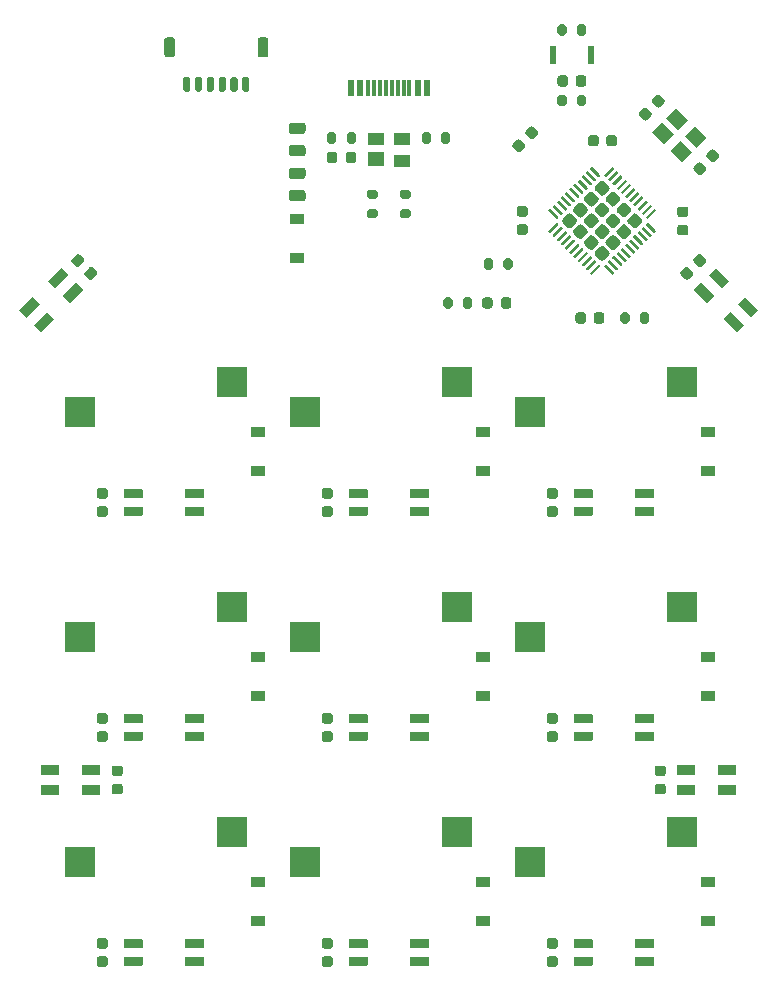
<source format=gbr>
%TF.GenerationSoftware,KiCad,Pcbnew,(5.1.9)-1*%
%TF.CreationDate,2021-04-22T22:31:28+01:00*%
%TF.ProjectId,ai03-macropad-pcb,61693033-2d6d-4616-9372-6f7061642d70,rev?*%
%TF.SameCoordinates,Original*%
%TF.FileFunction,Paste,Bot*%
%TF.FilePolarity,Positive*%
%FSLAX46Y46*%
G04 Gerber Fmt 4.6, Leading zero omitted, Abs format (unit mm)*
G04 Created by KiCad (PCBNEW (5.1.9)-1) date 2021-04-22 22:31:28*
%MOMM*%
%LPD*%
G01*
G04 APERTURE LIST*
%ADD10R,2.550000X2.500000*%
%ADD11R,1.600000X0.850000*%
%ADD12C,0.100000*%
%ADD13R,0.550000X1.500000*%
%ADD14R,1.200000X0.900000*%
%ADD15R,1.400000X1.000000*%
%ADD16R,1.400000X1.200000*%
%ADD17R,0.600000X1.450000*%
%ADD18R,0.300000X1.450000*%
G04 APERTURE END LIST*
D10*
%TO.C,MX2*%
X53440000Y-150495000D03*
X40540000Y-153035000D03*
%TD*%
%TO.C,U1*%
G36*
G01*
X86932780Y-117583974D02*
X87321690Y-117195064D01*
G75*
G02*
X87675242Y-117195064I176776J-176776D01*
G01*
X88064152Y-117583974D01*
G75*
G02*
X88064152Y-117937526I-176776J-176776D01*
G01*
X87675242Y-118326436D01*
G75*
G02*
X87321690Y-118326436I-176776J176776D01*
G01*
X86932780Y-117937526D01*
G75*
G02*
X86932780Y-117583974I176776J176776D01*
G01*
G37*
G36*
G01*
X86013542Y-118503213D02*
X86402452Y-118114303D01*
G75*
G02*
X86756004Y-118114303I176776J-176776D01*
G01*
X87144914Y-118503213D01*
G75*
G02*
X87144914Y-118856765I-176776J-176776D01*
G01*
X86756004Y-119245675D01*
G75*
G02*
X86402452Y-119245675I-176776J176776D01*
G01*
X86013542Y-118856765D01*
G75*
G02*
X86013542Y-118503213I176776J176776D01*
G01*
G37*
G36*
G01*
X85094303Y-119422452D02*
X85483213Y-119033542D01*
G75*
G02*
X85836765Y-119033542I176776J-176776D01*
G01*
X86225675Y-119422452D01*
G75*
G02*
X86225675Y-119776004I-176776J-176776D01*
G01*
X85836765Y-120164914D01*
G75*
G02*
X85483213Y-120164914I-176776J176776D01*
G01*
X85094303Y-119776004D01*
G75*
G02*
X85094303Y-119422452I176776J176776D01*
G01*
G37*
G36*
G01*
X84175064Y-120341690D02*
X84563974Y-119952780D01*
G75*
G02*
X84917526Y-119952780I176776J-176776D01*
G01*
X85306436Y-120341690D01*
G75*
G02*
X85306436Y-120695242I-176776J-176776D01*
G01*
X84917526Y-121084152D01*
G75*
G02*
X84563974Y-121084152I-176776J176776D01*
G01*
X84175064Y-120695242D01*
G75*
G02*
X84175064Y-120341690I176776J176776D01*
G01*
G37*
G36*
G01*
X86013542Y-116664735D02*
X86402452Y-116275825D01*
G75*
G02*
X86756004Y-116275825I176776J-176776D01*
G01*
X87144914Y-116664735D01*
G75*
G02*
X87144914Y-117018287I-176776J-176776D01*
G01*
X86756004Y-117407197D01*
G75*
G02*
X86402452Y-117407197I-176776J176776D01*
G01*
X86013542Y-117018287D01*
G75*
G02*
X86013542Y-116664735I176776J176776D01*
G01*
G37*
G36*
G01*
X85094303Y-117583974D02*
X85483213Y-117195064D01*
G75*
G02*
X85836765Y-117195064I176776J-176776D01*
G01*
X86225675Y-117583974D01*
G75*
G02*
X86225675Y-117937526I-176776J-176776D01*
G01*
X85836765Y-118326436D01*
G75*
G02*
X85483213Y-118326436I-176776J176776D01*
G01*
X85094303Y-117937526D01*
G75*
G02*
X85094303Y-117583974I176776J176776D01*
G01*
G37*
G36*
G01*
X84175064Y-118503213D02*
X84563974Y-118114303D01*
G75*
G02*
X84917526Y-118114303I176776J-176776D01*
G01*
X85306436Y-118503213D01*
G75*
G02*
X85306436Y-118856765I-176776J-176776D01*
G01*
X84917526Y-119245675D01*
G75*
G02*
X84563974Y-119245675I-176776J176776D01*
G01*
X84175064Y-118856765D01*
G75*
G02*
X84175064Y-118503213I176776J176776D01*
G01*
G37*
G36*
G01*
X83255825Y-119422452D02*
X83644735Y-119033542D01*
G75*
G02*
X83998287Y-119033542I176776J-176776D01*
G01*
X84387197Y-119422452D01*
G75*
G02*
X84387197Y-119776004I-176776J-176776D01*
G01*
X83998287Y-120164914D01*
G75*
G02*
X83644735Y-120164914I-176776J176776D01*
G01*
X83255825Y-119776004D01*
G75*
G02*
X83255825Y-119422452I176776J176776D01*
G01*
G37*
G36*
G01*
X85094303Y-115745496D02*
X85483213Y-115356586D01*
G75*
G02*
X85836765Y-115356586I176776J-176776D01*
G01*
X86225675Y-115745496D01*
G75*
G02*
X86225675Y-116099048I-176776J-176776D01*
G01*
X85836765Y-116487958D01*
G75*
G02*
X85483213Y-116487958I-176776J176776D01*
G01*
X85094303Y-116099048D01*
G75*
G02*
X85094303Y-115745496I176776J176776D01*
G01*
G37*
G36*
G01*
X84175064Y-116664735D02*
X84563974Y-116275825D01*
G75*
G02*
X84917526Y-116275825I176776J-176776D01*
G01*
X85306436Y-116664735D01*
G75*
G02*
X85306436Y-117018287I-176776J-176776D01*
G01*
X84917526Y-117407197D01*
G75*
G02*
X84563974Y-117407197I-176776J176776D01*
G01*
X84175064Y-117018287D01*
G75*
G02*
X84175064Y-116664735I176776J176776D01*
G01*
G37*
G36*
G01*
X83255825Y-117583974D02*
X83644735Y-117195064D01*
G75*
G02*
X83998287Y-117195064I176776J-176776D01*
G01*
X84387197Y-117583974D01*
G75*
G02*
X84387197Y-117937526I-176776J-176776D01*
G01*
X83998287Y-118326436D01*
G75*
G02*
X83644735Y-118326436I-176776J176776D01*
G01*
X83255825Y-117937526D01*
G75*
G02*
X83255825Y-117583974I176776J176776D01*
G01*
G37*
G36*
G01*
X82336586Y-118503213D02*
X82725496Y-118114303D01*
G75*
G02*
X83079048Y-118114303I176776J-176776D01*
G01*
X83467958Y-118503213D01*
G75*
G02*
X83467958Y-118856765I-176776J-176776D01*
G01*
X83079048Y-119245675D01*
G75*
G02*
X82725496Y-119245675I-176776J176776D01*
G01*
X82336586Y-118856765D01*
G75*
G02*
X82336586Y-118503213I176776J176776D01*
G01*
G37*
G36*
G01*
X84175064Y-114826258D02*
X84563974Y-114437348D01*
G75*
G02*
X84917526Y-114437348I176776J-176776D01*
G01*
X85306436Y-114826258D01*
G75*
G02*
X85306436Y-115179810I-176776J-176776D01*
G01*
X84917526Y-115568720D01*
G75*
G02*
X84563974Y-115568720I-176776J176776D01*
G01*
X84175064Y-115179810D01*
G75*
G02*
X84175064Y-114826258I176776J176776D01*
G01*
G37*
G36*
G01*
X83255825Y-115745496D02*
X83644735Y-115356586D01*
G75*
G02*
X83998287Y-115356586I176776J-176776D01*
G01*
X84387197Y-115745496D01*
G75*
G02*
X84387197Y-116099048I-176776J-176776D01*
G01*
X83998287Y-116487958D01*
G75*
G02*
X83644735Y-116487958I-176776J176776D01*
G01*
X83255825Y-116099048D01*
G75*
G02*
X83255825Y-115745496I176776J176776D01*
G01*
G37*
G36*
G01*
X82336586Y-116664735D02*
X82725496Y-116275825D01*
G75*
G02*
X83079048Y-116275825I176776J-176776D01*
G01*
X83467958Y-116664735D01*
G75*
G02*
X83467958Y-117018287I-176776J-176776D01*
G01*
X83079048Y-117407197D01*
G75*
G02*
X82725496Y-117407197I-176776J176776D01*
G01*
X82336586Y-117018287D01*
G75*
G02*
X82336586Y-116664735I176776J176776D01*
G01*
G37*
G36*
G01*
X81417348Y-117583974D02*
X81806258Y-117195064D01*
G75*
G02*
X82159810Y-117195064I176776J-176776D01*
G01*
X82548720Y-117583974D01*
G75*
G02*
X82548720Y-117937526I-176776J-176776D01*
G01*
X82159810Y-118326436D01*
G75*
G02*
X81806258Y-118326436I-176776J176776D01*
G01*
X81417348Y-117937526D01*
G75*
G02*
X81417348Y-117583974I176776J176776D01*
G01*
G37*
G36*
G01*
X80188750Y-118600440D02*
X80860502Y-117928688D01*
G75*
G02*
X80948890Y-117928688I44194J-44194D01*
G01*
X81037278Y-118017076D01*
G75*
G02*
X81037278Y-118105464I-44194J-44194D01*
G01*
X80365526Y-118777216D01*
G75*
G02*
X80277138Y-118777216I-44194J44194D01*
G01*
X80188750Y-118688828D01*
G75*
G02*
X80188750Y-118600440I44194J44194D01*
G01*
G37*
G36*
G01*
X80542304Y-118953993D02*
X81214056Y-118282241D01*
G75*
G02*
X81302444Y-118282241I44194J-44194D01*
G01*
X81390832Y-118370629D01*
G75*
G02*
X81390832Y-118459017I-44194J-44194D01*
G01*
X80719080Y-119130769D01*
G75*
G02*
X80630692Y-119130769I-44194J44194D01*
G01*
X80542304Y-119042381D01*
G75*
G02*
X80542304Y-118953993I44194J44194D01*
G01*
G37*
G36*
G01*
X80895857Y-119307547D02*
X81567609Y-118635795D01*
G75*
G02*
X81655997Y-118635795I44194J-44194D01*
G01*
X81744385Y-118724183D01*
G75*
G02*
X81744385Y-118812571I-44194J-44194D01*
G01*
X81072633Y-119484323D01*
G75*
G02*
X80984245Y-119484323I-44194J44194D01*
G01*
X80895857Y-119395935D01*
G75*
G02*
X80895857Y-119307547I44194J44194D01*
G01*
G37*
G36*
G01*
X81249410Y-119661100D02*
X81921162Y-118989348D01*
G75*
G02*
X82009550Y-118989348I44194J-44194D01*
G01*
X82097938Y-119077736D01*
G75*
G02*
X82097938Y-119166124I-44194J-44194D01*
G01*
X81426186Y-119837876D01*
G75*
G02*
X81337798Y-119837876I-44194J44194D01*
G01*
X81249410Y-119749488D01*
G75*
G02*
X81249410Y-119661100I44194J44194D01*
G01*
G37*
G36*
G01*
X81602964Y-120014653D02*
X82274716Y-119342901D01*
G75*
G02*
X82363104Y-119342901I44194J-44194D01*
G01*
X82451492Y-119431289D01*
G75*
G02*
X82451492Y-119519677I-44194J-44194D01*
G01*
X81779740Y-120191429D01*
G75*
G02*
X81691352Y-120191429I-44194J44194D01*
G01*
X81602964Y-120103041D01*
G75*
G02*
X81602964Y-120014653I44194J44194D01*
G01*
G37*
G36*
G01*
X81956517Y-120368207D02*
X82628269Y-119696455D01*
G75*
G02*
X82716657Y-119696455I44194J-44194D01*
G01*
X82805045Y-119784843D01*
G75*
G02*
X82805045Y-119873231I-44194J-44194D01*
G01*
X82133293Y-120544983D01*
G75*
G02*
X82044905Y-120544983I-44194J44194D01*
G01*
X81956517Y-120456595D01*
G75*
G02*
X81956517Y-120368207I44194J44194D01*
G01*
G37*
G36*
G01*
X82310071Y-120721760D02*
X82981823Y-120050008D01*
G75*
G02*
X83070211Y-120050008I44194J-44194D01*
G01*
X83158599Y-120138396D01*
G75*
G02*
X83158599Y-120226784I-44194J-44194D01*
G01*
X82486847Y-120898536D01*
G75*
G02*
X82398459Y-120898536I-44194J44194D01*
G01*
X82310071Y-120810148D01*
G75*
G02*
X82310071Y-120721760I44194J44194D01*
G01*
G37*
G36*
G01*
X82663624Y-121075314D02*
X83335376Y-120403562D01*
G75*
G02*
X83423764Y-120403562I44194J-44194D01*
G01*
X83512152Y-120491950D01*
G75*
G02*
X83512152Y-120580338I-44194J-44194D01*
G01*
X82840400Y-121252090D01*
G75*
G02*
X82752012Y-121252090I-44194J44194D01*
G01*
X82663624Y-121163702D01*
G75*
G02*
X82663624Y-121075314I44194J44194D01*
G01*
G37*
G36*
G01*
X83017177Y-121428867D02*
X83688929Y-120757115D01*
G75*
G02*
X83777317Y-120757115I44194J-44194D01*
G01*
X83865705Y-120845503D01*
G75*
G02*
X83865705Y-120933891I-44194J-44194D01*
G01*
X83193953Y-121605643D01*
G75*
G02*
X83105565Y-121605643I-44194J44194D01*
G01*
X83017177Y-121517255D01*
G75*
G02*
X83017177Y-121428867I44194J44194D01*
G01*
G37*
G36*
G01*
X83370731Y-121782420D02*
X84042483Y-121110668D01*
G75*
G02*
X84130871Y-121110668I44194J-44194D01*
G01*
X84219259Y-121199056D01*
G75*
G02*
X84219259Y-121287444I-44194J-44194D01*
G01*
X83547507Y-121959196D01*
G75*
G02*
X83459119Y-121959196I-44194J44194D01*
G01*
X83370731Y-121870808D01*
G75*
G02*
X83370731Y-121782420I44194J44194D01*
G01*
G37*
G36*
G01*
X83724284Y-122135974D02*
X84396036Y-121464222D01*
G75*
G02*
X84484424Y-121464222I44194J-44194D01*
G01*
X84572812Y-121552610D01*
G75*
G02*
X84572812Y-121640998I-44194J-44194D01*
G01*
X83901060Y-122312750D01*
G75*
G02*
X83812672Y-122312750I-44194J44194D01*
G01*
X83724284Y-122224362D01*
G75*
G02*
X83724284Y-122135974I44194J44194D01*
G01*
G37*
G36*
G01*
X84908688Y-121552610D02*
X84997076Y-121464222D01*
G75*
G02*
X85085464Y-121464222I44194J-44194D01*
G01*
X85757216Y-122135974D01*
G75*
G02*
X85757216Y-122224362I-44194J-44194D01*
G01*
X85668828Y-122312750D01*
G75*
G02*
X85580440Y-122312750I-44194J44194D01*
G01*
X84908688Y-121640998D01*
G75*
G02*
X84908688Y-121552610I44194J44194D01*
G01*
G37*
G36*
G01*
X85262241Y-121199056D02*
X85350629Y-121110668D01*
G75*
G02*
X85439017Y-121110668I44194J-44194D01*
G01*
X86110769Y-121782420D01*
G75*
G02*
X86110769Y-121870808I-44194J-44194D01*
G01*
X86022381Y-121959196D01*
G75*
G02*
X85933993Y-121959196I-44194J44194D01*
G01*
X85262241Y-121287444D01*
G75*
G02*
X85262241Y-121199056I44194J44194D01*
G01*
G37*
G36*
G01*
X85615795Y-120845503D02*
X85704183Y-120757115D01*
G75*
G02*
X85792571Y-120757115I44194J-44194D01*
G01*
X86464323Y-121428867D01*
G75*
G02*
X86464323Y-121517255I-44194J-44194D01*
G01*
X86375935Y-121605643D01*
G75*
G02*
X86287547Y-121605643I-44194J44194D01*
G01*
X85615795Y-120933891D01*
G75*
G02*
X85615795Y-120845503I44194J44194D01*
G01*
G37*
G36*
G01*
X85969348Y-120491950D02*
X86057736Y-120403562D01*
G75*
G02*
X86146124Y-120403562I44194J-44194D01*
G01*
X86817876Y-121075314D01*
G75*
G02*
X86817876Y-121163702I-44194J-44194D01*
G01*
X86729488Y-121252090D01*
G75*
G02*
X86641100Y-121252090I-44194J44194D01*
G01*
X85969348Y-120580338D01*
G75*
G02*
X85969348Y-120491950I44194J44194D01*
G01*
G37*
G36*
G01*
X86322901Y-120138396D02*
X86411289Y-120050008D01*
G75*
G02*
X86499677Y-120050008I44194J-44194D01*
G01*
X87171429Y-120721760D01*
G75*
G02*
X87171429Y-120810148I-44194J-44194D01*
G01*
X87083041Y-120898536D01*
G75*
G02*
X86994653Y-120898536I-44194J44194D01*
G01*
X86322901Y-120226784D01*
G75*
G02*
X86322901Y-120138396I44194J44194D01*
G01*
G37*
G36*
G01*
X86676455Y-119784843D02*
X86764843Y-119696455D01*
G75*
G02*
X86853231Y-119696455I44194J-44194D01*
G01*
X87524983Y-120368207D01*
G75*
G02*
X87524983Y-120456595I-44194J-44194D01*
G01*
X87436595Y-120544983D01*
G75*
G02*
X87348207Y-120544983I-44194J44194D01*
G01*
X86676455Y-119873231D01*
G75*
G02*
X86676455Y-119784843I44194J44194D01*
G01*
G37*
G36*
G01*
X87030008Y-119431289D02*
X87118396Y-119342901D01*
G75*
G02*
X87206784Y-119342901I44194J-44194D01*
G01*
X87878536Y-120014653D01*
G75*
G02*
X87878536Y-120103041I-44194J-44194D01*
G01*
X87790148Y-120191429D01*
G75*
G02*
X87701760Y-120191429I-44194J44194D01*
G01*
X87030008Y-119519677D01*
G75*
G02*
X87030008Y-119431289I44194J44194D01*
G01*
G37*
G36*
G01*
X87383562Y-119077736D02*
X87471950Y-118989348D01*
G75*
G02*
X87560338Y-118989348I44194J-44194D01*
G01*
X88232090Y-119661100D01*
G75*
G02*
X88232090Y-119749488I-44194J-44194D01*
G01*
X88143702Y-119837876D01*
G75*
G02*
X88055314Y-119837876I-44194J44194D01*
G01*
X87383562Y-119166124D01*
G75*
G02*
X87383562Y-119077736I44194J44194D01*
G01*
G37*
G36*
G01*
X87737115Y-118724183D02*
X87825503Y-118635795D01*
G75*
G02*
X87913891Y-118635795I44194J-44194D01*
G01*
X88585643Y-119307547D01*
G75*
G02*
X88585643Y-119395935I-44194J-44194D01*
G01*
X88497255Y-119484323D01*
G75*
G02*
X88408867Y-119484323I-44194J44194D01*
G01*
X87737115Y-118812571D01*
G75*
G02*
X87737115Y-118724183I44194J44194D01*
G01*
G37*
G36*
G01*
X88090668Y-118370629D02*
X88179056Y-118282241D01*
G75*
G02*
X88267444Y-118282241I44194J-44194D01*
G01*
X88939196Y-118953993D01*
G75*
G02*
X88939196Y-119042381I-44194J-44194D01*
G01*
X88850808Y-119130769D01*
G75*
G02*
X88762420Y-119130769I-44194J44194D01*
G01*
X88090668Y-118459017D01*
G75*
G02*
X88090668Y-118370629I44194J44194D01*
G01*
G37*
G36*
G01*
X88444222Y-118017076D02*
X88532610Y-117928688D01*
G75*
G02*
X88620998Y-117928688I44194J-44194D01*
G01*
X89292750Y-118600440D01*
G75*
G02*
X89292750Y-118688828I-44194J-44194D01*
G01*
X89204362Y-118777216D01*
G75*
G02*
X89115974Y-118777216I-44194J44194D01*
G01*
X88444222Y-118105464D01*
G75*
G02*
X88444222Y-118017076I44194J44194D01*
G01*
G37*
G36*
G01*
X88444222Y-117416036D02*
X89115974Y-116744284D01*
G75*
G02*
X89204362Y-116744284I44194J-44194D01*
G01*
X89292750Y-116832672D01*
G75*
G02*
X89292750Y-116921060I-44194J-44194D01*
G01*
X88620998Y-117592812D01*
G75*
G02*
X88532610Y-117592812I-44194J44194D01*
G01*
X88444222Y-117504424D01*
G75*
G02*
X88444222Y-117416036I44194J44194D01*
G01*
G37*
G36*
G01*
X88090668Y-117062483D02*
X88762420Y-116390731D01*
G75*
G02*
X88850808Y-116390731I44194J-44194D01*
G01*
X88939196Y-116479119D01*
G75*
G02*
X88939196Y-116567507I-44194J-44194D01*
G01*
X88267444Y-117239259D01*
G75*
G02*
X88179056Y-117239259I-44194J44194D01*
G01*
X88090668Y-117150871D01*
G75*
G02*
X88090668Y-117062483I44194J44194D01*
G01*
G37*
G36*
G01*
X87737115Y-116708929D02*
X88408867Y-116037177D01*
G75*
G02*
X88497255Y-116037177I44194J-44194D01*
G01*
X88585643Y-116125565D01*
G75*
G02*
X88585643Y-116213953I-44194J-44194D01*
G01*
X87913891Y-116885705D01*
G75*
G02*
X87825503Y-116885705I-44194J44194D01*
G01*
X87737115Y-116797317D01*
G75*
G02*
X87737115Y-116708929I44194J44194D01*
G01*
G37*
G36*
G01*
X87383562Y-116355376D02*
X88055314Y-115683624D01*
G75*
G02*
X88143702Y-115683624I44194J-44194D01*
G01*
X88232090Y-115772012D01*
G75*
G02*
X88232090Y-115860400I-44194J-44194D01*
G01*
X87560338Y-116532152D01*
G75*
G02*
X87471950Y-116532152I-44194J44194D01*
G01*
X87383562Y-116443764D01*
G75*
G02*
X87383562Y-116355376I44194J44194D01*
G01*
G37*
G36*
G01*
X87030008Y-116001823D02*
X87701760Y-115330071D01*
G75*
G02*
X87790148Y-115330071I44194J-44194D01*
G01*
X87878536Y-115418459D01*
G75*
G02*
X87878536Y-115506847I-44194J-44194D01*
G01*
X87206784Y-116178599D01*
G75*
G02*
X87118396Y-116178599I-44194J44194D01*
G01*
X87030008Y-116090211D01*
G75*
G02*
X87030008Y-116001823I44194J44194D01*
G01*
G37*
G36*
G01*
X86676455Y-115648269D02*
X87348207Y-114976517D01*
G75*
G02*
X87436595Y-114976517I44194J-44194D01*
G01*
X87524983Y-115064905D01*
G75*
G02*
X87524983Y-115153293I-44194J-44194D01*
G01*
X86853231Y-115825045D01*
G75*
G02*
X86764843Y-115825045I-44194J44194D01*
G01*
X86676455Y-115736657D01*
G75*
G02*
X86676455Y-115648269I44194J44194D01*
G01*
G37*
G36*
G01*
X86322901Y-115294716D02*
X86994653Y-114622964D01*
G75*
G02*
X87083041Y-114622964I44194J-44194D01*
G01*
X87171429Y-114711352D01*
G75*
G02*
X87171429Y-114799740I-44194J-44194D01*
G01*
X86499677Y-115471492D01*
G75*
G02*
X86411289Y-115471492I-44194J44194D01*
G01*
X86322901Y-115383104D01*
G75*
G02*
X86322901Y-115294716I44194J44194D01*
G01*
G37*
G36*
G01*
X85969348Y-114941162D02*
X86641100Y-114269410D01*
G75*
G02*
X86729488Y-114269410I44194J-44194D01*
G01*
X86817876Y-114357798D01*
G75*
G02*
X86817876Y-114446186I-44194J-44194D01*
G01*
X86146124Y-115117938D01*
G75*
G02*
X86057736Y-115117938I-44194J44194D01*
G01*
X85969348Y-115029550D01*
G75*
G02*
X85969348Y-114941162I44194J44194D01*
G01*
G37*
G36*
G01*
X85615795Y-114587609D02*
X86287547Y-113915857D01*
G75*
G02*
X86375935Y-113915857I44194J-44194D01*
G01*
X86464323Y-114004245D01*
G75*
G02*
X86464323Y-114092633I-44194J-44194D01*
G01*
X85792571Y-114764385D01*
G75*
G02*
X85704183Y-114764385I-44194J44194D01*
G01*
X85615795Y-114675997D01*
G75*
G02*
X85615795Y-114587609I44194J44194D01*
G01*
G37*
G36*
G01*
X85262241Y-114234056D02*
X85933993Y-113562304D01*
G75*
G02*
X86022381Y-113562304I44194J-44194D01*
G01*
X86110769Y-113650692D01*
G75*
G02*
X86110769Y-113739080I-44194J-44194D01*
G01*
X85439017Y-114410832D01*
G75*
G02*
X85350629Y-114410832I-44194J44194D01*
G01*
X85262241Y-114322444D01*
G75*
G02*
X85262241Y-114234056I44194J44194D01*
G01*
G37*
G36*
G01*
X84908688Y-113880502D02*
X85580440Y-113208750D01*
G75*
G02*
X85668828Y-113208750I44194J-44194D01*
G01*
X85757216Y-113297138D01*
G75*
G02*
X85757216Y-113385526I-44194J-44194D01*
G01*
X85085464Y-114057278D01*
G75*
G02*
X84997076Y-114057278I-44194J44194D01*
G01*
X84908688Y-113968890D01*
G75*
G02*
X84908688Y-113880502I44194J44194D01*
G01*
G37*
G36*
G01*
X83724284Y-113297138D02*
X83812672Y-113208750D01*
G75*
G02*
X83901060Y-113208750I44194J-44194D01*
G01*
X84572812Y-113880502D01*
G75*
G02*
X84572812Y-113968890I-44194J-44194D01*
G01*
X84484424Y-114057278D01*
G75*
G02*
X84396036Y-114057278I-44194J44194D01*
G01*
X83724284Y-113385526D01*
G75*
G02*
X83724284Y-113297138I44194J44194D01*
G01*
G37*
G36*
G01*
X83370731Y-113650692D02*
X83459119Y-113562304D01*
G75*
G02*
X83547507Y-113562304I44194J-44194D01*
G01*
X84219259Y-114234056D01*
G75*
G02*
X84219259Y-114322444I-44194J-44194D01*
G01*
X84130871Y-114410832D01*
G75*
G02*
X84042483Y-114410832I-44194J44194D01*
G01*
X83370731Y-113739080D01*
G75*
G02*
X83370731Y-113650692I44194J44194D01*
G01*
G37*
G36*
G01*
X83017177Y-114004245D02*
X83105565Y-113915857D01*
G75*
G02*
X83193953Y-113915857I44194J-44194D01*
G01*
X83865705Y-114587609D01*
G75*
G02*
X83865705Y-114675997I-44194J-44194D01*
G01*
X83777317Y-114764385D01*
G75*
G02*
X83688929Y-114764385I-44194J44194D01*
G01*
X83017177Y-114092633D01*
G75*
G02*
X83017177Y-114004245I44194J44194D01*
G01*
G37*
G36*
G01*
X82663624Y-114357798D02*
X82752012Y-114269410D01*
G75*
G02*
X82840400Y-114269410I44194J-44194D01*
G01*
X83512152Y-114941162D01*
G75*
G02*
X83512152Y-115029550I-44194J-44194D01*
G01*
X83423764Y-115117938D01*
G75*
G02*
X83335376Y-115117938I-44194J44194D01*
G01*
X82663624Y-114446186D01*
G75*
G02*
X82663624Y-114357798I44194J44194D01*
G01*
G37*
G36*
G01*
X82310071Y-114711352D02*
X82398459Y-114622964D01*
G75*
G02*
X82486847Y-114622964I44194J-44194D01*
G01*
X83158599Y-115294716D01*
G75*
G02*
X83158599Y-115383104I-44194J-44194D01*
G01*
X83070211Y-115471492D01*
G75*
G02*
X82981823Y-115471492I-44194J44194D01*
G01*
X82310071Y-114799740D01*
G75*
G02*
X82310071Y-114711352I44194J44194D01*
G01*
G37*
G36*
G01*
X81956517Y-115064905D02*
X82044905Y-114976517D01*
G75*
G02*
X82133293Y-114976517I44194J-44194D01*
G01*
X82805045Y-115648269D01*
G75*
G02*
X82805045Y-115736657I-44194J-44194D01*
G01*
X82716657Y-115825045D01*
G75*
G02*
X82628269Y-115825045I-44194J44194D01*
G01*
X81956517Y-115153293D01*
G75*
G02*
X81956517Y-115064905I44194J44194D01*
G01*
G37*
G36*
G01*
X81602964Y-115418459D02*
X81691352Y-115330071D01*
G75*
G02*
X81779740Y-115330071I44194J-44194D01*
G01*
X82451492Y-116001823D01*
G75*
G02*
X82451492Y-116090211I-44194J-44194D01*
G01*
X82363104Y-116178599D01*
G75*
G02*
X82274716Y-116178599I-44194J44194D01*
G01*
X81602964Y-115506847D01*
G75*
G02*
X81602964Y-115418459I44194J44194D01*
G01*
G37*
G36*
G01*
X81249410Y-115772012D02*
X81337798Y-115683624D01*
G75*
G02*
X81426186Y-115683624I44194J-44194D01*
G01*
X82097938Y-116355376D01*
G75*
G02*
X82097938Y-116443764I-44194J-44194D01*
G01*
X82009550Y-116532152D01*
G75*
G02*
X81921162Y-116532152I-44194J44194D01*
G01*
X81249410Y-115860400D01*
G75*
G02*
X81249410Y-115772012I44194J44194D01*
G01*
G37*
G36*
G01*
X80895857Y-116125565D02*
X80984245Y-116037177D01*
G75*
G02*
X81072633Y-116037177I44194J-44194D01*
G01*
X81744385Y-116708929D01*
G75*
G02*
X81744385Y-116797317I-44194J-44194D01*
G01*
X81655997Y-116885705D01*
G75*
G02*
X81567609Y-116885705I-44194J44194D01*
G01*
X80895857Y-116213953D01*
G75*
G02*
X80895857Y-116125565I44194J44194D01*
G01*
G37*
G36*
G01*
X80542304Y-116479119D02*
X80630692Y-116390731D01*
G75*
G02*
X80719080Y-116390731I44194J-44194D01*
G01*
X81390832Y-117062483D01*
G75*
G02*
X81390832Y-117150871I-44194J-44194D01*
G01*
X81302444Y-117239259D01*
G75*
G02*
X81214056Y-117239259I-44194J44194D01*
G01*
X80542304Y-116567507D01*
G75*
G02*
X80542304Y-116479119I44194J44194D01*
G01*
G37*
G36*
G01*
X80188750Y-116832672D02*
X80277138Y-116744284D01*
G75*
G02*
X80365526Y-116744284I44194J-44194D01*
G01*
X81037278Y-117416036D01*
G75*
G02*
X81037278Y-117504424I-44194J-44194D01*
G01*
X80948890Y-117592812D01*
G75*
G02*
X80860502Y-117592812I-44194J44194D01*
G01*
X80188750Y-116921060D01*
G75*
G02*
X80188750Y-116832672I44194J44194D01*
G01*
G37*
%TD*%
D11*
%TO.C,D24*%
X91849000Y-165975000D03*
X91849000Y-164225000D03*
X95349000Y-165975000D03*
X95349000Y-164225000D03*
%TD*%
D12*
%TO.C,D23*%
G36*
X92527639Y-123576117D02*
G01*
X93128680Y-122975076D01*
X94260051Y-124106447D01*
X93659010Y-124707488D01*
X92527639Y-123576117D01*
G37*
G36*
X93765076Y-122338680D02*
G01*
X94366117Y-121737639D01*
X95497488Y-122869010D01*
X94896447Y-123470051D01*
X93765076Y-122338680D01*
G37*
G36*
X95002512Y-126050990D02*
G01*
X95603553Y-125449949D01*
X96734924Y-126581320D01*
X96133883Y-127182361D01*
X95002512Y-126050990D01*
G37*
G36*
X96239949Y-124813553D02*
G01*
X96840990Y-124212512D01*
X97972361Y-125343883D01*
X97371320Y-125944924D01*
X96239949Y-124813553D01*
G37*
%TD*%
%TO.C,D21*%
G36*
X38983883Y-121737639D02*
G01*
X39584924Y-122338680D01*
X38453553Y-123470051D01*
X37852512Y-122869010D01*
X38983883Y-121737639D01*
G37*
G36*
X40221320Y-122975076D02*
G01*
X40822361Y-123576117D01*
X39690990Y-124707488D01*
X39089949Y-124106447D01*
X40221320Y-122975076D01*
G37*
G36*
X36509010Y-124212512D02*
G01*
X37110051Y-124813553D01*
X35978680Y-125944924D01*
X35377639Y-125343883D01*
X36509010Y-124212512D01*
G37*
G36*
X37746447Y-125449949D02*
G01*
X38347488Y-126050990D01*
X37216117Y-127182361D01*
X36615076Y-126581320D01*
X37746447Y-125449949D01*
G37*
%TD*%
D11*
%TO.C,D22*%
X41501000Y-164225000D03*
X41501000Y-165975000D03*
X38001000Y-164225000D03*
X38001000Y-165975000D03*
%TD*%
D10*
%TO.C,MX1*%
X53440000Y-131445000D03*
X40540000Y-133985000D03*
%TD*%
%TO.C,MX9*%
X91540000Y-169545000D03*
X78640000Y-172085000D03*
%TD*%
%TO.C,MX6*%
X72490000Y-169545000D03*
X59590000Y-172085000D03*
%TD*%
%TO.C,MX8*%
X91540000Y-150495000D03*
X78640000Y-153035000D03*
%TD*%
%TO.C,MX4*%
X72490000Y-131445000D03*
X59590000Y-133985000D03*
%TD*%
%TO.C,MX7*%
X91540000Y-131445000D03*
X78640000Y-133985000D03*
%TD*%
%TO.C,MX5*%
X72490000Y-150495000D03*
X59590000Y-153035000D03*
%TD*%
%TO.C,MX3*%
X53440000Y-169545000D03*
X40540000Y-172085000D03*
%TD*%
%TO.C,C14*%
G36*
G01*
X82494000Y-106168000D02*
X82494000Y-105668000D01*
G75*
G02*
X82719000Y-105443000I225000J0D01*
G01*
X83169000Y-105443000D01*
G75*
G02*
X83394000Y-105668000I0J-225000D01*
G01*
X83394000Y-106168000D01*
G75*
G02*
X83169000Y-106393000I-225000J0D01*
G01*
X82719000Y-106393000D01*
G75*
G02*
X82494000Y-106168000I0J225000D01*
G01*
G37*
G36*
G01*
X80944000Y-106168000D02*
X80944000Y-105668000D01*
G75*
G02*
X81169000Y-105443000I225000J0D01*
G01*
X81619000Y-105443000D01*
G75*
G02*
X81844000Y-105668000I0J-225000D01*
G01*
X81844000Y-106168000D01*
G75*
G02*
X81619000Y-106393000I-225000J0D01*
G01*
X81169000Y-106393000D01*
G75*
G02*
X80944000Y-106168000I0J225000D01*
G01*
G37*
%TD*%
D13*
%TO.C,SW1*%
X80544000Y-103759000D03*
X83794000Y-103759000D03*
%TD*%
%TO.C,D25*%
G36*
G01*
X76169000Y-124970250D02*
X76169000Y-124457750D01*
G75*
G02*
X76387750Y-124239000I218750J0D01*
G01*
X76825250Y-124239000D01*
G75*
G02*
X77044000Y-124457750I0J-218750D01*
G01*
X77044000Y-124970250D01*
G75*
G02*
X76825250Y-125189000I-218750J0D01*
G01*
X76387750Y-125189000D01*
G75*
G02*
X76169000Y-124970250I0J218750D01*
G01*
G37*
G36*
G01*
X74594000Y-124970250D02*
X74594000Y-124457750D01*
G75*
G02*
X74812750Y-124239000I218750J0D01*
G01*
X75250250Y-124239000D01*
G75*
G02*
X75469000Y-124457750I0J-218750D01*
G01*
X75469000Y-124970250D01*
G75*
G02*
X75250250Y-125189000I-218750J0D01*
G01*
X74812750Y-125189000D01*
G75*
G02*
X74594000Y-124970250I0J218750D01*
G01*
G37*
%TD*%
%TO.C,R9*%
G36*
G01*
X72942000Y-124989000D02*
X72942000Y-124439000D01*
G75*
G02*
X73142000Y-124239000I200000J0D01*
G01*
X73542000Y-124239000D01*
G75*
G02*
X73742000Y-124439000I0J-200000D01*
G01*
X73742000Y-124989000D01*
G75*
G02*
X73542000Y-125189000I-200000J0D01*
G01*
X73142000Y-125189000D01*
G75*
G02*
X72942000Y-124989000I0J200000D01*
G01*
G37*
G36*
G01*
X71292000Y-124989000D02*
X71292000Y-124439000D01*
G75*
G02*
X71492000Y-124239000I200000J0D01*
G01*
X71892000Y-124239000D01*
G75*
G02*
X72092000Y-124439000I0J-200000D01*
G01*
X72092000Y-124989000D01*
G75*
G02*
X71892000Y-125189000I-200000J0D01*
G01*
X71492000Y-125189000D01*
G75*
G02*
X71292000Y-124989000I0J200000D01*
G01*
G37*
%TD*%
D14*
%TO.C,D4*%
X58928000Y-117603000D03*
X58928000Y-120903000D03*
%TD*%
%TO.C,C10*%
G36*
G01*
X40947033Y-122072587D02*
X41300587Y-121719033D01*
G75*
G02*
X41618785Y-121719033I159099J-159099D01*
G01*
X41936983Y-122037231D01*
G75*
G02*
X41936983Y-122355429I-159099J-159099D01*
G01*
X41583429Y-122708983D01*
G75*
G02*
X41265231Y-122708983I-159099J159099D01*
G01*
X40947033Y-122390785D01*
G75*
G02*
X40947033Y-122072587I159099J159099D01*
G01*
G37*
G36*
G01*
X39851017Y-120976571D02*
X40204571Y-120623017D01*
G75*
G02*
X40522769Y-120623017I159099J-159099D01*
G01*
X40840967Y-120941215D01*
G75*
G02*
X40840967Y-121259413I-159099J-159099D01*
G01*
X40487413Y-121612967D01*
G75*
G02*
X40169215Y-121612967I-159099J159099D01*
G01*
X39851017Y-121294769D01*
G75*
G02*
X39851017Y-120976571I159099J159099D01*
G01*
G37*
%TD*%
%TO.C,C21*%
G36*
G01*
X84018000Y-126234000D02*
X84018000Y-125734000D01*
G75*
G02*
X84243000Y-125509000I225000J0D01*
G01*
X84693000Y-125509000D01*
G75*
G02*
X84918000Y-125734000I0J-225000D01*
G01*
X84918000Y-126234000D01*
G75*
G02*
X84693000Y-126459000I-225000J0D01*
G01*
X84243000Y-126459000D01*
G75*
G02*
X84018000Y-126234000I0J225000D01*
G01*
G37*
G36*
G01*
X82468000Y-126234000D02*
X82468000Y-125734000D01*
G75*
G02*
X82693000Y-125509000I225000J0D01*
G01*
X83143000Y-125509000D01*
G75*
G02*
X83368000Y-125734000I0J-225000D01*
G01*
X83368000Y-126234000D01*
G75*
G02*
X83143000Y-126459000I-225000J0D01*
G01*
X82693000Y-126459000D01*
G75*
G02*
X82468000Y-126234000I0J225000D01*
G01*
G37*
%TD*%
%TO.C,R7*%
G36*
G01*
X87928000Y-126259000D02*
X87928000Y-125709000D01*
G75*
G02*
X88128000Y-125509000I200000J0D01*
G01*
X88528000Y-125509000D01*
G75*
G02*
X88728000Y-125709000I0J-200000D01*
G01*
X88728000Y-126259000D01*
G75*
G02*
X88528000Y-126459000I-200000J0D01*
G01*
X88128000Y-126459000D01*
G75*
G02*
X87928000Y-126259000I0J200000D01*
G01*
G37*
G36*
G01*
X86278000Y-126259000D02*
X86278000Y-125709000D01*
G75*
G02*
X86478000Y-125509000I200000J0D01*
G01*
X86878000Y-125509000D01*
G75*
G02*
X87078000Y-125709000I0J-200000D01*
G01*
X87078000Y-126259000D01*
G75*
G02*
X86878000Y-126459000I-200000J0D01*
G01*
X86478000Y-126459000D01*
G75*
G02*
X86278000Y-126259000I0J200000D01*
G01*
G37*
%TD*%
%TO.C,C15*%
G36*
G01*
X91817000Y-117448750D02*
X91317000Y-117448750D01*
G75*
G02*
X91092000Y-117223750I0J225000D01*
G01*
X91092000Y-116773750D01*
G75*
G02*
X91317000Y-116548750I225000J0D01*
G01*
X91817000Y-116548750D01*
G75*
G02*
X92042000Y-116773750I0J-225000D01*
G01*
X92042000Y-117223750D01*
G75*
G02*
X91817000Y-117448750I-225000J0D01*
G01*
G37*
G36*
G01*
X91817000Y-118998750D02*
X91317000Y-118998750D01*
G75*
G02*
X91092000Y-118773750I0J225000D01*
G01*
X91092000Y-118323750D01*
G75*
G02*
X91317000Y-118098750I225000J0D01*
G01*
X91817000Y-118098750D01*
G75*
G02*
X92042000Y-118323750I0J-225000D01*
G01*
X92042000Y-118773750D01*
G75*
G02*
X91817000Y-118998750I-225000J0D01*
G01*
G37*
%TD*%
%TO.C,J1*%
G36*
G01*
X55570000Y-103696000D02*
X55570000Y-102446000D01*
G75*
G02*
X55795000Y-102221000I225000J0D01*
G01*
X56245000Y-102221000D01*
G75*
G02*
X56470000Y-102446000I0J-225000D01*
G01*
X56470000Y-103696000D01*
G75*
G02*
X56245000Y-103921000I-225000J0D01*
G01*
X55795000Y-103921000D01*
G75*
G02*
X55570000Y-103696000I0J225000D01*
G01*
G37*
G36*
G01*
X47670000Y-103696000D02*
X47670000Y-102446000D01*
G75*
G02*
X47895000Y-102221000I225000J0D01*
G01*
X48345000Y-102221000D01*
G75*
G02*
X48570000Y-102446000I0J-225000D01*
G01*
X48570000Y-103696000D01*
G75*
G02*
X48345000Y-103921000I-225000J0D01*
G01*
X47895000Y-103921000D01*
G75*
G02*
X47670000Y-103696000I0J225000D01*
G01*
G37*
G36*
G01*
X54270000Y-106671000D02*
X54270000Y-105721000D01*
G75*
G02*
X54420000Y-105571000I150000J0D01*
G01*
X54720000Y-105571000D01*
G75*
G02*
X54870000Y-105721000I0J-150000D01*
G01*
X54870000Y-106671000D01*
G75*
G02*
X54720000Y-106821000I-150000J0D01*
G01*
X54420000Y-106821000D01*
G75*
G02*
X54270000Y-106671000I0J150000D01*
G01*
G37*
G36*
G01*
X53270000Y-106671000D02*
X53270000Y-105721000D01*
G75*
G02*
X53420000Y-105571000I150000J0D01*
G01*
X53720000Y-105571000D01*
G75*
G02*
X53870000Y-105721000I0J-150000D01*
G01*
X53870000Y-106671000D01*
G75*
G02*
X53720000Y-106821000I-150000J0D01*
G01*
X53420000Y-106821000D01*
G75*
G02*
X53270000Y-106671000I0J150000D01*
G01*
G37*
G36*
G01*
X52270000Y-106671000D02*
X52270000Y-105721000D01*
G75*
G02*
X52420000Y-105571000I150000J0D01*
G01*
X52720000Y-105571000D01*
G75*
G02*
X52870000Y-105721000I0J-150000D01*
G01*
X52870000Y-106671000D01*
G75*
G02*
X52720000Y-106821000I-150000J0D01*
G01*
X52420000Y-106821000D01*
G75*
G02*
X52270000Y-106671000I0J150000D01*
G01*
G37*
G36*
G01*
X51270000Y-106671000D02*
X51270000Y-105721000D01*
G75*
G02*
X51420000Y-105571000I150000J0D01*
G01*
X51720000Y-105571000D01*
G75*
G02*
X51870000Y-105721000I0J-150000D01*
G01*
X51870000Y-106671000D01*
G75*
G02*
X51720000Y-106821000I-150000J0D01*
G01*
X51420000Y-106821000D01*
G75*
G02*
X51270000Y-106671000I0J150000D01*
G01*
G37*
G36*
G01*
X50270000Y-106671000D02*
X50270000Y-105721000D01*
G75*
G02*
X50420000Y-105571000I150000J0D01*
G01*
X50720000Y-105571000D01*
G75*
G02*
X50870000Y-105721000I0J-150000D01*
G01*
X50870000Y-106671000D01*
G75*
G02*
X50720000Y-106821000I-150000J0D01*
G01*
X50420000Y-106821000D01*
G75*
G02*
X50270000Y-106671000I0J150000D01*
G01*
G37*
G36*
G01*
X49270000Y-106671000D02*
X49270000Y-105721000D01*
G75*
G02*
X49420000Y-105571000I150000J0D01*
G01*
X49720000Y-105571000D01*
G75*
G02*
X49870000Y-105721000I0J-150000D01*
G01*
X49870000Y-106671000D01*
G75*
G02*
X49720000Y-106821000I-150000J0D01*
G01*
X49420000Y-106821000D01*
G75*
G02*
X49270000Y-106671000I0J150000D01*
G01*
G37*
%TD*%
%TO.C,C12*%
G36*
G01*
X92862587Y-121612967D02*
X92509033Y-121259413D01*
G75*
G02*
X92509033Y-120941215I159099J159099D01*
G01*
X92827231Y-120623017D01*
G75*
G02*
X93145429Y-120623017I159099J-159099D01*
G01*
X93498983Y-120976571D01*
G75*
G02*
X93498983Y-121294769I-159099J-159099D01*
G01*
X93180785Y-121612967D01*
G75*
G02*
X92862587Y-121612967I-159099J159099D01*
G01*
G37*
G36*
G01*
X91766571Y-122708983D02*
X91413017Y-122355429D01*
G75*
G02*
X91413017Y-122037231I159099J159099D01*
G01*
X91731215Y-121719033D01*
G75*
G02*
X92049413Y-121719033I159099J-159099D01*
G01*
X92402967Y-122072587D01*
G75*
G02*
X92402967Y-122390785I-159099J-159099D01*
G01*
X92084769Y-122708983D01*
G75*
G02*
X91766571Y-122708983I-159099J159099D01*
G01*
G37*
%TD*%
%TO.C,D8*%
X93662500Y-135668750D03*
X93662500Y-138968750D03*
%TD*%
%TO.C,D11*%
G36*
G01*
X49507000Y-141944999D02*
X50943000Y-141944999D01*
G75*
G02*
X51025000Y-142026999I0J-82000D01*
G01*
X51025000Y-142682999D01*
G75*
G02*
X50943000Y-142764999I-82000J0D01*
G01*
X49507000Y-142764999D01*
G75*
G02*
X49425000Y-142682999I0J82000D01*
G01*
X49425000Y-142026999D01*
G75*
G02*
X49507000Y-141944999I82000J0D01*
G01*
G37*
G36*
G01*
X49507000Y-140444999D02*
X50943000Y-140444999D01*
G75*
G02*
X51025000Y-140526999I0J-82000D01*
G01*
X51025000Y-141182999D01*
G75*
G02*
X50943000Y-141264999I-82000J0D01*
G01*
X49507000Y-141264999D01*
G75*
G02*
X49425000Y-141182999I0J82000D01*
G01*
X49425000Y-140526999D01*
G75*
G02*
X49507000Y-140444999I82000J0D01*
G01*
G37*
G36*
G01*
X44307000Y-141944999D02*
X45743000Y-141944999D01*
G75*
G02*
X45825000Y-142026999I0J-82000D01*
G01*
X45825000Y-142682999D01*
G75*
G02*
X45743000Y-142764999I-82000J0D01*
G01*
X44307000Y-142764999D01*
G75*
G02*
X44225000Y-142682999I0J82000D01*
G01*
X44225000Y-142026999D01*
G75*
G02*
X44307000Y-141944999I82000J0D01*
G01*
G37*
G36*
G01*
X44307000Y-140444999D02*
X45743000Y-140444999D01*
G75*
G02*
X45825000Y-140526999I0J-82000D01*
G01*
X45825000Y-141182999D01*
G75*
G02*
X45743000Y-141264999I-82000J0D01*
G01*
X44307000Y-141264999D01*
G75*
G02*
X44225000Y-141182999I0J82000D01*
G01*
X44225000Y-140526999D01*
G75*
G02*
X44307000Y-140444999I82000J0D01*
G01*
G37*
%TD*%
%TO.C,F1*%
G36*
G01*
X59384250Y-110421000D02*
X58471750Y-110421000D01*
G75*
G02*
X58228000Y-110177250I0J243750D01*
G01*
X58228000Y-109689750D01*
G75*
G02*
X58471750Y-109446000I243750J0D01*
G01*
X59384250Y-109446000D01*
G75*
G02*
X59628000Y-109689750I0J-243750D01*
G01*
X59628000Y-110177250D01*
G75*
G02*
X59384250Y-110421000I-243750J0D01*
G01*
G37*
G36*
G01*
X59384250Y-112296000D02*
X58471750Y-112296000D01*
G75*
G02*
X58228000Y-112052250I0J243750D01*
G01*
X58228000Y-111564750D01*
G75*
G02*
X58471750Y-111321000I243750J0D01*
G01*
X59384250Y-111321000D01*
G75*
G02*
X59628000Y-111564750I0J-243750D01*
G01*
X59628000Y-112052250D01*
G75*
G02*
X59384250Y-112296000I-243750J0D01*
G01*
G37*
%TD*%
D15*
%TO.C,D14*%
X67775000Y-112710000D03*
X67775000Y-110810000D03*
X65575000Y-110810000D03*
D16*
X65575000Y-112530000D03*
%TD*%
D17*
%TO.C,USB1*%
X69900000Y-106469250D03*
X63450000Y-106469250D03*
X69125000Y-106469250D03*
X64225000Y-106469250D03*
D18*
X64925000Y-106469250D03*
X68425000Y-106469250D03*
X65425000Y-106469250D03*
X67925000Y-106469250D03*
X65925000Y-106469250D03*
X67425000Y-106469250D03*
X66925000Y-106469250D03*
X66425000Y-106469250D03*
%TD*%
%TO.C,D15*%
G36*
G01*
X68557000Y-141944999D02*
X69993000Y-141944999D01*
G75*
G02*
X70075000Y-142026999I0J-82000D01*
G01*
X70075000Y-142682999D01*
G75*
G02*
X69993000Y-142764999I-82000J0D01*
G01*
X68557000Y-142764999D01*
G75*
G02*
X68475000Y-142682999I0J82000D01*
G01*
X68475000Y-142026999D01*
G75*
G02*
X68557000Y-141944999I82000J0D01*
G01*
G37*
G36*
G01*
X68557000Y-140444999D02*
X69993000Y-140444999D01*
G75*
G02*
X70075000Y-140526999I0J-82000D01*
G01*
X70075000Y-141182999D01*
G75*
G02*
X69993000Y-141264999I-82000J0D01*
G01*
X68557000Y-141264999D01*
G75*
G02*
X68475000Y-141182999I0J82000D01*
G01*
X68475000Y-140526999D01*
G75*
G02*
X68557000Y-140444999I82000J0D01*
G01*
G37*
G36*
G01*
X63357000Y-141944999D02*
X64793000Y-141944999D01*
G75*
G02*
X64875000Y-142026999I0J-82000D01*
G01*
X64875000Y-142682999D01*
G75*
G02*
X64793000Y-142764999I-82000J0D01*
G01*
X63357000Y-142764999D01*
G75*
G02*
X63275000Y-142682999I0J82000D01*
G01*
X63275000Y-142026999D01*
G75*
G02*
X63357000Y-141944999I82000J0D01*
G01*
G37*
G36*
G01*
X63357000Y-140444999D02*
X64793000Y-140444999D01*
G75*
G02*
X64875000Y-140526999I0J-82000D01*
G01*
X64875000Y-141182999D01*
G75*
G02*
X64793000Y-141264999I-82000J0D01*
G01*
X63357000Y-141264999D01*
G75*
G02*
X63275000Y-141182999I0J82000D01*
G01*
X63275000Y-140526999D01*
G75*
G02*
X63357000Y-140444999I82000J0D01*
G01*
G37*
%TD*%
%TO.C,C7*%
G36*
G01*
X80268000Y-141930000D02*
X80768000Y-141930000D01*
G75*
G02*
X80993000Y-142155000I0J-225000D01*
G01*
X80993000Y-142605000D01*
G75*
G02*
X80768000Y-142830000I-225000J0D01*
G01*
X80268000Y-142830000D01*
G75*
G02*
X80043000Y-142605000I0J225000D01*
G01*
X80043000Y-142155000D01*
G75*
G02*
X80268000Y-141930000I225000J0D01*
G01*
G37*
G36*
G01*
X80268000Y-140380000D02*
X80768000Y-140380000D01*
G75*
G02*
X80993000Y-140605000I0J-225000D01*
G01*
X80993000Y-141055000D01*
G75*
G02*
X80768000Y-141280000I-225000J0D01*
G01*
X80268000Y-141280000D01*
G75*
G02*
X80043000Y-141055000I0J225000D01*
G01*
X80043000Y-140605000D01*
G75*
G02*
X80268000Y-140380000I225000J0D01*
G01*
G37*
%TD*%
%TO.C,C4*%
G36*
G01*
X61218000Y-141930000D02*
X61718000Y-141930000D01*
G75*
G02*
X61943000Y-142155000I0J-225000D01*
G01*
X61943000Y-142605000D01*
G75*
G02*
X61718000Y-142830000I-225000J0D01*
G01*
X61218000Y-142830000D01*
G75*
G02*
X60993000Y-142605000I0J225000D01*
G01*
X60993000Y-142155000D01*
G75*
G02*
X61218000Y-141930000I225000J0D01*
G01*
G37*
G36*
G01*
X61218000Y-140380000D02*
X61718000Y-140380000D01*
G75*
G02*
X61943000Y-140605000I0J-225000D01*
G01*
X61943000Y-141055000D01*
G75*
G02*
X61718000Y-141280000I-225000J0D01*
G01*
X61218000Y-141280000D01*
G75*
G02*
X60993000Y-141055000I0J225000D01*
G01*
X60993000Y-140605000D01*
G75*
G02*
X61218000Y-140380000I225000J0D01*
G01*
G37*
%TD*%
%TO.C,C1*%
G36*
G01*
X42168000Y-141930000D02*
X42668000Y-141930000D01*
G75*
G02*
X42893000Y-142155000I0J-225000D01*
G01*
X42893000Y-142605000D01*
G75*
G02*
X42668000Y-142830000I-225000J0D01*
G01*
X42168000Y-142830000D01*
G75*
G02*
X41943000Y-142605000I0J225000D01*
G01*
X41943000Y-142155000D01*
G75*
G02*
X42168000Y-141930000I225000J0D01*
G01*
G37*
G36*
G01*
X42168000Y-140380000D02*
X42668000Y-140380000D01*
G75*
G02*
X42893000Y-140605000I0J-225000D01*
G01*
X42893000Y-141055000D01*
G75*
G02*
X42668000Y-141280000I-225000J0D01*
G01*
X42168000Y-141280000D01*
G75*
G02*
X41943000Y-141055000I0J225000D01*
G01*
X41943000Y-140605000D01*
G75*
G02*
X42168000Y-140380000I225000J0D01*
G01*
G37*
%TD*%
%TO.C,D19*%
G36*
G01*
X87607000Y-160994999D02*
X89043000Y-160994999D01*
G75*
G02*
X89125000Y-161076999I0J-82000D01*
G01*
X89125000Y-161732999D01*
G75*
G02*
X89043000Y-161814999I-82000J0D01*
G01*
X87607000Y-161814999D01*
G75*
G02*
X87525000Y-161732999I0J82000D01*
G01*
X87525000Y-161076999D01*
G75*
G02*
X87607000Y-160994999I82000J0D01*
G01*
G37*
G36*
G01*
X87607000Y-159494999D02*
X89043000Y-159494999D01*
G75*
G02*
X89125000Y-159576999I0J-82000D01*
G01*
X89125000Y-160232999D01*
G75*
G02*
X89043000Y-160314999I-82000J0D01*
G01*
X87607000Y-160314999D01*
G75*
G02*
X87525000Y-160232999I0J82000D01*
G01*
X87525000Y-159576999D01*
G75*
G02*
X87607000Y-159494999I82000J0D01*
G01*
G37*
G36*
G01*
X82407000Y-160994999D02*
X83843000Y-160994999D01*
G75*
G02*
X83925000Y-161076999I0J-82000D01*
G01*
X83925000Y-161732999D01*
G75*
G02*
X83843000Y-161814999I-82000J0D01*
G01*
X82407000Y-161814999D01*
G75*
G02*
X82325000Y-161732999I0J82000D01*
G01*
X82325000Y-161076999D01*
G75*
G02*
X82407000Y-160994999I82000J0D01*
G01*
G37*
G36*
G01*
X82407000Y-159494999D02*
X83843000Y-159494999D01*
G75*
G02*
X83925000Y-159576999I0J-82000D01*
G01*
X83925000Y-160232999D01*
G75*
G02*
X83843000Y-160314999I-82000J0D01*
G01*
X82407000Y-160314999D01*
G75*
G02*
X82325000Y-160232999I0J82000D01*
G01*
X82325000Y-159576999D01*
G75*
G02*
X82407000Y-159494999I82000J0D01*
G01*
G37*
%TD*%
%TO.C,D16*%
G36*
G01*
X68557000Y-160994999D02*
X69993000Y-160994999D01*
G75*
G02*
X70075000Y-161076999I0J-82000D01*
G01*
X70075000Y-161732999D01*
G75*
G02*
X69993000Y-161814999I-82000J0D01*
G01*
X68557000Y-161814999D01*
G75*
G02*
X68475000Y-161732999I0J82000D01*
G01*
X68475000Y-161076999D01*
G75*
G02*
X68557000Y-160994999I82000J0D01*
G01*
G37*
G36*
G01*
X68557000Y-159494999D02*
X69993000Y-159494999D01*
G75*
G02*
X70075000Y-159576999I0J-82000D01*
G01*
X70075000Y-160232999D01*
G75*
G02*
X69993000Y-160314999I-82000J0D01*
G01*
X68557000Y-160314999D01*
G75*
G02*
X68475000Y-160232999I0J82000D01*
G01*
X68475000Y-159576999D01*
G75*
G02*
X68557000Y-159494999I82000J0D01*
G01*
G37*
G36*
G01*
X63357000Y-160994999D02*
X64793000Y-160994999D01*
G75*
G02*
X64875000Y-161076999I0J-82000D01*
G01*
X64875000Y-161732999D01*
G75*
G02*
X64793000Y-161814999I-82000J0D01*
G01*
X63357000Y-161814999D01*
G75*
G02*
X63275000Y-161732999I0J82000D01*
G01*
X63275000Y-161076999D01*
G75*
G02*
X63357000Y-160994999I82000J0D01*
G01*
G37*
G36*
G01*
X63357000Y-159494999D02*
X64793000Y-159494999D01*
G75*
G02*
X64875000Y-159576999I0J-82000D01*
G01*
X64875000Y-160232999D01*
G75*
G02*
X64793000Y-160314999I-82000J0D01*
G01*
X63357000Y-160314999D01*
G75*
G02*
X63275000Y-160232999I0J82000D01*
G01*
X63275000Y-159576999D01*
G75*
G02*
X63357000Y-159494999I82000J0D01*
G01*
G37*
%TD*%
%TO.C,D12*%
G36*
G01*
X49507000Y-160994999D02*
X50943000Y-160994999D01*
G75*
G02*
X51025000Y-161076999I0J-82000D01*
G01*
X51025000Y-161732999D01*
G75*
G02*
X50943000Y-161814999I-82000J0D01*
G01*
X49507000Y-161814999D01*
G75*
G02*
X49425000Y-161732999I0J82000D01*
G01*
X49425000Y-161076999D01*
G75*
G02*
X49507000Y-160994999I82000J0D01*
G01*
G37*
G36*
G01*
X49507000Y-159494999D02*
X50943000Y-159494999D01*
G75*
G02*
X51025000Y-159576999I0J-82000D01*
G01*
X51025000Y-160232999D01*
G75*
G02*
X50943000Y-160314999I-82000J0D01*
G01*
X49507000Y-160314999D01*
G75*
G02*
X49425000Y-160232999I0J82000D01*
G01*
X49425000Y-159576999D01*
G75*
G02*
X49507000Y-159494999I82000J0D01*
G01*
G37*
G36*
G01*
X44307000Y-160994999D02*
X45743000Y-160994999D01*
G75*
G02*
X45825000Y-161076999I0J-82000D01*
G01*
X45825000Y-161732999D01*
G75*
G02*
X45743000Y-161814999I-82000J0D01*
G01*
X44307000Y-161814999D01*
G75*
G02*
X44225000Y-161732999I0J82000D01*
G01*
X44225000Y-161076999D01*
G75*
G02*
X44307000Y-160994999I82000J0D01*
G01*
G37*
G36*
G01*
X44307000Y-159494999D02*
X45743000Y-159494999D01*
G75*
G02*
X45825000Y-159576999I0J-82000D01*
G01*
X45825000Y-160232999D01*
G75*
G02*
X45743000Y-160314999I-82000J0D01*
G01*
X44307000Y-160314999D01*
G75*
G02*
X44225000Y-160232999I0J82000D01*
G01*
X44225000Y-159576999D01*
G75*
G02*
X44307000Y-159494999I82000J0D01*
G01*
G37*
%TD*%
D14*
%TO.C,D3*%
X55562500Y-173768750D03*
X55562500Y-177068750D03*
%TD*%
D12*
%TO.C,Y1*%
G36*
X93561320Y-110755630D02*
G01*
X92712792Y-111604158D01*
X91722842Y-110614208D01*
X92571370Y-109765680D01*
X93561320Y-110755630D01*
G37*
G36*
X92005685Y-109199995D02*
G01*
X91157157Y-110048523D01*
X90167207Y-109058573D01*
X91015735Y-108210045D01*
X92005685Y-109199995D01*
G37*
G36*
X90803604Y-110402076D02*
G01*
X89955076Y-111250604D01*
X88965126Y-110260654D01*
X89813654Y-109412126D01*
X90803604Y-110402076D01*
G37*
G36*
X92359239Y-111957711D02*
G01*
X91510711Y-112806239D01*
X90520761Y-111816289D01*
X91369289Y-110967761D01*
X92359239Y-111957711D01*
G37*
%TD*%
%TO.C,R8*%
G36*
G01*
X76371000Y-121687000D02*
X76371000Y-121137000D01*
G75*
G02*
X76571000Y-120937000I200000J0D01*
G01*
X76971000Y-120937000D01*
G75*
G02*
X77171000Y-121137000I0J-200000D01*
G01*
X77171000Y-121687000D01*
G75*
G02*
X76971000Y-121887000I-200000J0D01*
G01*
X76571000Y-121887000D01*
G75*
G02*
X76371000Y-121687000I0J200000D01*
G01*
G37*
G36*
G01*
X74721000Y-121687000D02*
X74721000Y-121137000D01*
G75*
G02*
X74921000Y-120937000I200000J0D01*
G01*
X75321000Y-120937000D01*
G75*
G02*
X75521000Y-121137000I0J-200000D01*
G01*
X75521000Y-121687000D01*
G75*
G02*
X75321000Y-121887000I-200000J0D01*
G01*
X74921000Y-121887000D01*
G75*
G02*
X74721000Y-121687000I0J200000D01*
G01*
G37*
%TD*%
%TO.C,R6*%
G36*
G01*
X65553000Y-115907000D02*
X65003000Y-115907000D01*
G75*
G02*
X64803000Y-115707000I0J200000D01*
G01*
X64803000Y-115307000D01*
G75*
G02*
X65003000Y-115107000I200000J0D01*
G01*
X65553000Y-115107000D01*
G75*
G02*
X65753000Y-115307000I0J-200000D01*
G01*
X65753000Y-115707000D01*
G75*
G02*
X65553000Y-115907000I-200000J0D01*
G01*
G37*
G36*
G01*
X65553000Y-117557000D02*
X65003000Y-117557000D01*
G75*
G02*
X64803000Y-117357000I0J200000D01*
G01*
X64803000Y-116957000D01*
G75*
G02*
X65003000Y-116757000I200000J0D01*
G01*
X65553000Y-116757000D01*
G75*
G02*
X65753000Y-116957000I0J-200000D01*
G01*
X65753000Y-117357000D01*
G75*
G02*
X65553000Y-117557000I-200000J0D01*
G01*
G37*
%TD*%
%TO.C,R5*%
G36*
G01*
X68347000Y-115907000D02*
X67797000Y-115907000D01*
G75*
G02*
X67597000Y-115707000I0J200000D01*
G01*
X67597000Y-115307000D01*
G75*
G02*
X67797000Y-115107000I200000J0D01*
G01*
X68347000Y-115107000D01*
G75*
G02*
X68547000Y-115307000I0J-200000D01*
G01*
X68547000Y-115707000D01*
G75*
G02*
X68347000Y-115907000I-200000J0D01*
G01*
G37*
G36*
G01*
X68347000Y-117557000D02*
X67797000Y-117557000D01*
G75*
G02*
X67597000Y-117357000I0J200000D01*
G01*
X67597000Y-116957000D01*
G75*
G02*
X67797000Y-116757000I200000J0D01*
G01*
X68347000Y-116757000D01*
G75*
G02*
X68547000Y-116957000I0J-200000D01*
G01*
X68547000Y-117357000D01*
G75*
G02*
X68347000Y-117557000I-200000J0D01*
G01*
G37*
%TD*%
%TO.C,R4*%
G36*
G01*
X82594000Y-107844000D02*
X82594000Y-107294000D01*
G75*
G02*
X82794000Y-107094000I200000J0D01*
G01*
X83194000Y-107094000D01*
G75*
G02*
X83394000Y-107294000I0J-200000D01*
G01*
X83394000Y-107844000D01*
G75*
G02*
X83194000Y-108044000I-200000J0D01*
G01*
X82794000Y-108044000D01*
G75*
G02*
X82594000Y-107844000I0J200000D01*
G01*
G37*
G36*
G01*
X80944000Y-107844000D02*
X80944000Y-107294000D01*
G75*
G02*
X81144000Y-107094000I200000J0D01*
G01*
X81544000Y-107094000D01*
G75*
G02*
X81744000Y-107294000I0J-200000D01*
G01*
X81744000Y-107844000D01*
G75*
G02*
X81544000Y-108044000I-200000J0D01*
G01*
X81144000Y-108044000D01*
G75*
G02*
X80944000Y-107844000I0J200000D01*
G01*
G37*
%TD*%
%TO.C,R3*%
G36*
G01*
X82594000Y-101875000D02*
X82594000Y-101325000D01*
G75*
G02*
X82794000Y-101125000I200000J0D01*
G01*
X83194000Y-101125000D01*
G75*
G02*
X83394000Y-101325000I0J-200000D01*
G01*
X83394000Y-101875000D01*
G75*
G02*
X83194000Y-102075000I-200000J0D01*
G01*
X82794000Y-102075000D01*
G75*
G02*
X82594000Y-101875000I0J200000D01*
G01*
G37*
G36*
G01*
X80944000Y-101875000D02*
X80944000Y-101325000D01*
G75*
G02*
X81144000Y-101125000I200000J0D01*
G01*
X81544000Y-101125000D01*
G75*
G02*
X81744000Y-101325000I0J-200000D01*
G01*
X81744000Y-101875000D01*
G75*
G02*
X81544000Y-102075000I-200000J0D01*
G01*
X81144000Y-102075000D01*
G75*
G02*
X80944000Y-101875000I0J200000D01*
G01*
G37*
%TD*%
%TO.C,R2*%
G36*
G01*
X70251000Y-110469000D02*
X70251000Y-111019000D01*
G75*
G02*
X70051000Y-111219000I-200000J0D01*
G01*
X69651000Y-111219000D01*
G75*
G02*
X69451000Y-111019000I0J200000D01*
G01*
X69451000Y-110469000D01*
G75*
G02*
X69651000Y-110269000I200000J0D01*
G01*
X70051000Y-110269000D01*
G75*
G02*
X70251000Y-110469000I0J-200000D01*
G01*
G37*
G36*
G01*
X71901000Y-110469000D02*
X71901000Y-111019000D01*
G75*
G02*
X71701000Y-111219000I-200000J0D01*
G01*
X71301000Y-111219000D01*
G75*
G02*
X71101000Y-111019000I0J200000D01*
G01*
X71101000Y-110469000D01*
G75*
G02*
X71301000Y-110269000I200000J0D01*
G01*
X71701000Y-110269000D01*
G75*
G02*
X71901000Y-110469000I0J-200000D01*
G01*
G37*
%TD*%
%TO.C,R1*%
G36*
G01*
X63099000Y-111019000D02*
X63099000Y-110469000D01*
G75*
G02*
X63299000Y-110269000I200000J0D01*
G01*
X63699000Y-110269000D01*
G75*
G02*
X63899000Y-110469000I0J-200000D01*
G01*
X63899000Y-111019000D01*
G75*
G02*
X63699000Y-111219000I-200000J0D01*
G01*
X63299000Y-111219000D01*
G75*
G02*
X63099000Y-111019000I0J200000D01*
G01*
G37*
G36*
G01*
X61449000Y-111019000D02*
X61449000Y-110469000D01*
G75*
G02*
X61649000Y-110269000I200000J0D01*
G01*
X62049000Y-110269000D01*
G75*
G02*
X62249000Y-110469000I0J-200000D01*
G01*
X62249000Y-111019000D01*
G75*
G02*
X62049000Y-111219000I-200000J0D01*
G01*
X61649000Y-111219000D01*
G75*
G02*
X61449000Y-111019000I0J200000D01*
G01*
G37*
%TD*%
%TO.C,FB2*%
G36*
G01*
X59384250Y-114231000D02*
X58471750Y-114231000D01*
G75*
G02*
X58228000Y-113987250I0J243750D01*
G01*
X58228000Y-113499750D01*
G75*
G02*
X58471750Y-113256000I243750J0D01*
G01*
X59384250Y-113256000D01*
G75*
G02*
X59628000Y-113499750I0J-243750D01*
G01*
X59628000Y-113987250D01*
G75*
G02*
X59384250Y-114231000I-243750J0D01*
G01*
G37*
G36*
G01*
X59384250Y-116106000D02*
X58471750Y-116106000D01*
G75*
G02*
X58228000Y-115862250I0J243750D01*
G01*
X58228000Y-115374750D01*
G75*
G02*
X58471750Y-115131000I243750J0D01*
G01*
X59384250Y-115131000D01*
G75*
G02*
X59628000Y-115374750I0J-243750D01*
G01*
X59628000Y-115862250D01*
G75*
G02*
X59384250Y-116106000I-243750J0D01*
G01*
G37*
%TD*%
%TO.C,FB1*%
G36*
G01*
X63024000Y-112651250D02*
X63024000Y-112138750D01*
G75*
G02*
X63242750Y-111920000I218750J0D01*
G01*
X63680250Y-111920000D01*
G75*
G02*
X63899000Y-112138750I0J-218750D01*
G01*
X63899000Y-112651250D01*
G75*
G02*
X63680250Y-112870000I-218750J0D01*
G01*
X63242750Y-112870000D01*
G75*
G02*
X63024000Y-112651250I0J218750D01*
G01*
G37*
G36*
G01*
X61449000Y-112651250D02*
X61449000Y-112138750D01*
G75*
G02*
X61667750Y-111920000I218750J0D01*
G01*
X62105250Y-111920000D01*
G75*
G02*
X62324000Y-112138750I0J-218750D01*
G01*
X62324000Y-112651250D01*
G75*
G02*
X62105250Y-112870000I-218750J0D01*
G01*
X61667750Y-112870000D01*
G75*
G02*
X61449000Y-112651250I0J218750D01*
G01*
G37*
%TD*%
%TO.C,D20*%
G36*
G01*
X87607000Y-180044999D02*
X89043000Y-180044999D01*
G75*
G02*
X89125000Y-180126999I0J-82000D01*
G01*
X89125000Y-180782999D01*
G75*
G02*
X89043000Y-180864999I-82000J0D01*
G01*
X87607000Y-180864999D01*
G75*
G02*
X87525000Y-180782999I0J82000D01*
G01*
X87525000Y-180126999D01*
G75*
G02*
X87607000Y-180044999I82000J0D01*
G01*
G37*
G36*
G01*
X87607000Y-178544999D02*
X89043000Y-178544999D01*
G75*
G02*
X89125000Y-178626999I0J-82000D01*
G01*
X89125000Y-179282999D01*
G75*
G02*
X89043000Y-179364999I-82000J0D01*
G01*
X87607000Y-179364999D01*
G75*
G02*
X87525000Y-179282999I0J82000D01*
G01*
X87525000Y-178626999D01*
G75*
G02*
X87607000Y-178544999I82000J0D01*
G01*
G37*
G36*
G01*
X82407000Y-180044999D02*
X83843000Y-180044999D01*
G75*
G02*
X83925000Y-180126999I0J-82000D01*
G01*
X83925000Y-180782999D01*
G75*
G02*
X83843000Y-180864999I-82000J0D01*
G01*
X82407000Y-180864999D01*
G75*
G02*
X82325000Y-180782999I0J82000D01*
G01*
X82325000Y-180126999D01*
G75*
G02*
X82407000Y-180044999I82000J0D01*
G01*
G37*
G36*
G01*
X82407000Y-178544999D02*
X83843000Y-178544999D01*
G75*
G02*
X83925000Y-178626999I0J-82000D01*
G01*
X83925000Y-179282999D01*
G75*
G02*
X83843000Y-179364999I-82000J0D01*
G01*
X82407000Y-179364999D01*
G75*
G02*
X82325000Y-179282999I0J82000D01*
G01*
X82325000Y-178626999D01*
G75*
G02*
X82407000Y-178544999I82000J0D01*
G01*
G37*
%TD*%
%TO.C,D18*%
G36*
G01*
X87607000Y-141944999D02*
X89043000Y-141944999D01*
G75*
G02*
X89125000Y-142026999I0J-82000D01*
G01*
X89125000Y-142682999D01*
G75*
G02*
X89043000Y-142764999I-82000J0D01*
G01*
X87607000Y-142764999D01*
G75*
G02*
X87525000Y-142682999I0J82000D01*
G01*
X87525000Y-142026999D01*
G75*
G02*
X87607000Y-141944999I82000J0D01*
G01*
G37*
G36*
G01*
X87607000Y-140444999D02*
X89043000Y-140444999D01*
G75*
G02*
X89125000Y-140526999I0J-82000D01*
G01*
X89125000Y-141182999D01*
G75*
G02*
X89043000Y-141264999I-82000J0D01*
G01*
X87607000Y-141264999D01*
G75*
G02*
X87525000Y-141182999I0J82000D01*
G01*
X87525000Y-140526999D01*
G75*
G02*
X87607000Y-140444999I82000J0D01*
G01*
G37*
G36*
G01*
X82407000Y-141944999D02*
X83843000Y-141944999D01*
G75*
G02*
X83925000Y-142026999I0J-82000D01*
G01*
X83925000Y-142682999D01*
G75*
G02*
X83843000Y-142764999I-82000J0D01*
G01*
X82407000Y-142764999D01*
G75*
G02*
X82325000Y-142682999I0J82000D01*
G01*
X82325000Y-142026999D01*
G75*
G02*
X82407000Y-141944999I82000J0D01*
G01*
G37*
G36*
G01*
X82407000Y-140444999D02*
X83843000Y-140444999D01*
G75*
G02*
X83925000Y-140526999I0J-82000D01*
G01*
X83925000Y-141182999D01*
G75*
G02*
X83843000Y-141264999I-82000J0D01*
G01*
X82407000Y-141264999D01*
G75*
G02*
X82325000Y-141182999I0J82000D01*
G01*
X82325000Y-140526999D01*
G75*
G02*
X82407000Y-140444999I82000J0D01*
G01*
G37*
%TD*%
%TO.C,D17*%
G36*
G01*
X68557000Y-180044999D02*
X69993000Y-180044999D01*
G75*
G02*
X70075000Y-180126999I0J-82000D01*
G01*
X70075000Y-180782999D01*
G75*
G02*
X69993000Y-180864999I-82000J0D01*
G01*
X68557000Y-180864999D01*
G75*
G02*
X68475000Y-180782999I0J82000D01*
G01*
X68475000Y-180126999D01*
G75*
G02*
X68557000Y-180044999I82000J0D01*
G01*
G37*
G36*
G01*
X68557000Y-178544999D02*
X69993000Y-178544999D01*
G75*
G02*
X70075000Y-178626999I0J-82000D01*
G01*
X70075000Y-179282999D01*
G75*
G02*
X69993000Y-179364999I-82000J0D01*
G01*
X68557000Y-179364999D01*
G75*
G02*
X68475000Y-179282999I0J82000D01*
G01*
X68475000Y-178626999D01*
G75*
G02*
X68557000Y-178544999I82000J0D01*
G01*
G37*
G36*
G01*
X63357000Y-180044999D02*
X64793000Y-180044999D01*
G75*
G02*
X64875000Y-180126999I0J-82000D01*
G01*
X64875000Y-180782999D01*
G75*
G02*
X64793000Y-180864999I-82000J0D01*
G01*
X63357000Y-180864999D01*
G75*
G02*
X63275000Y-180782999I0J82000D01*
G01*
X63275000Y-180126999D01*
G75*
G02*
X63357000Y-180044999I82000J0D01*
G01*
G37*
G36*
G01*
X63357000Y-178544999D02*
X64793000Y-178544999D01*
G75*
G02*
X64875000Y-178626999I0J-82000D01*
G01*
X64875000Y-179282999D01*
G75*
G02*
X64793000Y-179364999I-82000J0D01*
G01*
X63357000Y-179364999D01*
G75*
G02*
X63275000Y-179282999I0J82000D01*
G01*
X63275000Y-178626999D01*
G75*
G02*
X63357000Y-178544999I82000J0D01*
G01*
G37*
%TD*%
%TO.C,D13*%
G36*
G01*
X49507000Y-180044999D02*
X50943000Y-180044999D01*
G75*
G02*
X51025000Y-180126999I0J-82000D01*
G01*
X51025000Y-180782999D01*
G75*
G02*
X50943000Y-180864999I-82000J0D01*
G01*
X49507000Y-180864999D01*
G75*
G02*
X49425000Y-180782999I0J82000D01*
G01*
X49425000Y-180126999D01*
G75*
G02*
X49507000Y-180044999I82000J0D01*
G01*
G37*
G36*
G01*
X49507000Y-178544999D02*
X50943000Y-178544999D01*
G75*
G02*
X51025000Y-178626999I0J-82000D01*
G01*
X51025000Y-179282999D01*
G75*
G02*
X50943000Y-179364999I-82000J0D01*
G01*
X49507000Y-179364999D01*
G75*
G02*
X49425000Y-179282999I0J82000D01*
G01*
X49425000Y-178626999D01*
G75*
G02*
X49507000Y-178544999I82000J0D01*
G01*
G37*
G36*
G01*
X44307000Y-180044999D02*
X45743000Y-180044999D01*
G75*
G02*
X45825000Y-180126999I0J-82000D01*
G01*
X45825000Y-180782999D01*
G75*
G02*
X45743000Y-180864999I-82000J0D01*
G01*
X44307000Y-180864999D01*
G75*
G02*
X44225000Y-180782999I0J82000D01*
G01*
X44225000Y-180126999D01*
G75*
G02*
X44307000Y-180044999I82000J0D01*
G01*
G37*
G36*
G01*
X44307000Y-178544999D02*
X45743000Y-178544999D01*
G75*
G02*
X45825000Y-178626999I0J-82000D01*
G01*
X45825000Y-179282999D01*
G75*
G02*
X45743000Y-179364999I-82000J0D01*
G01*
X44307000Y-179364999D01*
G75*
G02*
X44225000Y-179282999I0J82000D01*
G01*
X44225000Y-178626999D01*
G75*
G02*
X44307000Y-178544999I82000J0D01*
G01*
G37*
%TD*%
D14*
%TO.C,D10*%
X93662500Y-173768750D03*
X93662500Y-177068750D03*
%TD*%
%TO.C,D9*%
X93662500Y-154718750D03*
X93662500Y-158018750D03*
%TD*%
%TO.C,D7*%
X74612500Y-173768750D03*
X74612500Y-177068750D03*
%TD*%
%TO.C,D6*%
X74612500Y-154718750D03*
X74612500Y-158018750D03*
%TD*%
%TO.C,D5*%
X74612500Y-135668750D03*
X74612500Y-138968750D03*
%TD*%
%TO.C,D2*%
X55562500Y-154718750D03*
X55562500Y-158018750D03*
%TD*%
%TO.C,D1*%
X55562500Y-135668750D03*
X55562500Y-138968750D03*
%TD*%
%TO.C,C20*%
G36*
G01*
X84447500Y-110716250D02*
X84447500Y-111216250D01*
G75*
G02*
X84222500Y-111441250I-225000J0D01*
G01*
X83772500Y-111441250D01*
G75*
G02*
X83547500Y-111216250I0J225000D01*
G01*
X83547500Y-110716250D01*
G75*
G02*
X83772500Y-110491250I225000J0D01*
G01*
X84222500Y-110491250D01*
G75*
G02*
X84447500Y-110716250I0J-225000D01*
G01*
G37*
G36*
G01*
X85997500Y-110716250D02*
X85997500Y-111216250D01*
G75*
G02*
X85772500Y-111441250I-225000J0D01*
G01*
X85322500Y-111441250D01*
G75*
G02*
X85097500Y-111216250I0J225000D01*
G01*
X85097500Y-110716250D01*
G75*
G02*
X85322500Y-110491250I225000J0D01*
G01*
X85772500Y-110491250D01*
G75*
G02*
X85997500Y-110716250I0J-225000D01*
G01*
G37*
%TD*%
%TO.C,C19*%
G36*
G01*
X78228000Y-117404000D02*
X77728000Y-117404000D01*
G75*
G02*
X77503000Y-117179000I0J225000D01*
G01*
X77503000Y-116729000D01*
G75*
G02*
X77728000Y-116504000I225000J0D01*
G01*
X78228000Y-116504000D01*
G75*
G02*
X78453000Y-116729000I0J-225000D01*
G01*
X78453000Y-117179000D01*
G75*
G02*
X78228000Y-117404000I-225000J0D01*
G01*
G37*
G36*
G01*
X78228000Y-118954000D02*
X77728000Y-118954000D01*
G75*
G02*
X77503000Y-118729000I0J225000D01*
G01*
X77503000Y-118279000D01*
G75*
G02*
X77728000Y-118054000I225000J0D01*
G01*
X78228000Y-118054000D01*
G75*
G02*
X78453000Y-118279000I0J-225000D01*
G01*
X78453000Y-118729000D01*
G75*
G02*
X78228000Y-118954000I-225000J0D01*
G01*
G37*
%TD*%
%TO.C,C18*%
G36*
G01*
X89346595Y-108110959D02*
X88993041Y-107757405D01*
G75*
G02*
X88993041Y-107439207I159099J159099D01*
G01*
X89311239Y-107121009D01*
G75*
G02*
X89629437Y-107121009I159099J-159099D01*
G01*
X89982991Y-107474563D01*
G75*
G02*
X89982991Y-107792761I-159099J-159099D01*
G01*
X89664793Y-108110959D01*
G75*
G02*
X89346595Y-108110959I-159099J159099D01*
G01*
G37*
G36*
G01*
X88250579Y-109206975D02*
X87897025Y-108853421D01*
G75*
G02*
X87897025Y-108535223I159099J159099D01*
G01*
X88215223Y-108217025D01*
G75*
G02*
X88533421Y-108217025I159099J-159099D01*
G01*
X88886975Y-108570579D01*
G75*
G02*
X88886975Y-108888777I-159099J-159099D01*
G01*
X88568777Y-109206975D01*
G75*
G02*
X88250579Y-109206975I-159099J159099D01*
G01*
G37*
%TD*%
%TO.C,C17*%
G36*
G01*
X93152405Y-112869041D02*
X93505959Y-113222595D01*
G75*
G02*
X93505959Y-113540793I-159099J-159099D01*
G01*
X93187761Y-113858991D01*
G75*
G02*
X92869563Y-113858991I-159099J159099D01*
G01*
X92516009Y-113505437D01*
G75*
G02*
X92516009Y-113187239I159099J159099D01*
G01*
X92834207Y-112869041D01*
G75*
G02*
X93152405Y-112869041I159099J-159099D01*
G01*
G37*
G36*
G01*
X94248421Y-111773025D02*
X94601975Y-112126579D01*
G75*
G02*
X94601975Y-112444777I-159099J-159099D01*
G01*
X94283777Y-112762975D01*
G75*
G02*
X93965579Y-112762975I-159099J159099D01*
G01*
X93612025Y-112409421D01*
G75*
G02*
X93612025Y-112091223I159099J159099D01*
G01*
X93930223Y-111773025D01*
G75*
G02*
X94248421Y-111773025I159099J-159099D01*
G01*
G37*
%TD*%
%TO.C,C16*%
G36*
G01*
X77825413Y-110924033D02*
X78178967Y-111277587D01*
G75*
G02*
X78178967Y-111595785I-159099J-159099D01*
G01*
X77860769Y-111913983D01*
G75*
G02*
X77542571Y-111913983I-159099J159099D01*
G01*
X77189017Y-111560429D01*
G75*
G02*
X77189017Y-111242231I159099J159099D01*
G01*
X77507215Y-110924033D01*
G75*
G02*
X77825413Y-110924033I159099J-159099D01*
G01*
G37*
G36*
G01*
X78921429Y-109828017D02*
X79274983Y-110181571D01*
G75*
G02*
X79274983Y-110499769I-159099J-159099D01*
G01*
X78956785Y-110817967D01*
G75*
G02*
X78638587Y-110817967I-159099J159099D01*
G01*
X78285033Y-110464413D01*
G75*
G02*
X78285033Y-110146215I159099J159099D01*
G01*
X78603231Y-109828017D01*
G75*
G02*
X78921429Y-109828017I159099J-159099D01*
G01*
G37*
%TD*%
%TO.C,C13*%
G36*
G01*
X89912000Y-164775000D02*
X89412000Y-164775000D01*
G75*
G02*
X89187000Y-164550000I0J225000D01*
G01*
X89187000Y-164100000D01*
G75*
G02*
X89412000Y-163875000I225000J0D01*
G01*
X89912000Y-163875000D01*
G75*
G02*
X90137000Y-164100000I0J-225000D01*
G01*
X90137000Y-164550000D01*
G75*
G02*
X89912000Y-164775000I-225000J0D01*
G01*
G37*
G36*
G01*
X89912000Y-166325000D02*
X89412000Y-166325000D01*
G75*
G02*
X89187000Y-166100000I0J225000D01*
G01*
X89187000Y-165650000D01*
G75*
G02*
X89412000Y-165425000I225000J0D01*
G01*
X89912000Y-165425000D01*
G75*
G02*
X90137000Y-165650000I0J-225000D01*
G01*
X90137000Y-166100000D01*
G75*
G02*
X89912000Y-166325000I-225000J0D01*
G01*
G37*
%TD*%
%TO.C,C11*%
G36*
G01*
X43438000Y-165425000D02*
X43938000Y-165425000D01*
G75*
G02*
X44163000Y-165650000I0J-225000D01*
G01*
X44163000Y-166100000D01*
G75*
G02*
X43938000Y-166325000I-225000J0D01*
G01*
X43438000Y-166325000D01*
G75*
G02*
X43213000Y-166100000I0J225000D01*
G01*
X43213000Y-165650000D01*
G75*
G02*
X43438000Y-165425000I225000J0D01*
G01*
G37*
G36*
G01*
X43438000Y-163875000D02*
X43938000Y-163875000D01*
G75*
G02*
X44163000Y-164100000I0J-225000D01*
G01*
X44163000Y-164550000D01*
G75*
G02*
X43938000Y-164775000I-225000J0D01*
G01*
X43438000Y-164775000D01*
G75*
G02*
X43213000Y-164550000I0J225000D01*
G01*
X43213000Y-164100000D01*
G75*
G02*
X43438000Y-163875000I225000J0D01*
G01*
G37*
%TD*%
%TO.C,C9*%
G36*
G01*
X80268000Y-180030000D02*
X80768000Y-180030000D01*
G75*
G02*
X80993000Y-180255000I0J-225000D01*
G01*
X80993000Y-180705000D01*
G75*
G02*
X80768000Y-180930000I-225000J0D01*
G01*
X80268000Y-180930000D01*
G75*
G02*
X80043000Y-180705000I0J225000D01*
G01*
X80043000Y-180255000D01*
G75*
G02*
X80268000Y-180030000I225000J0D01*
G01*
G37*
G36*
G01*
X80268000Y-178480000D02*
X80768000Y-178480000D01*
G75*
G02*
X80993000Y-178705000I0J-225000D01*
G01*
X80993000Y-179155000D01*
G75*
G02*
X80768000Y-179380000I-225000J0D01*
G01*
X80268000Y-179380000D01*
G75*
G02*
X80043000Y-179155000I0J225000D01*
G01*
X80043000Y-178705000D01*
G75*
G02*
X80268000Y-178480000I225000J0D01*
G01*
G37*
%TD*%
%TO.C,C8*%
G36*
G01*
X80268000Y-160980000D02*
X80768000Y-160980000D01*
G75*
G02*
X80993000Y-161205000I0J-225000D01*
G01*
X80993000Y-161655000D01*
G75*
G02*
X80768000Y-161880000I-225000J0D01*
G01*
X80268000Y-161880000D01*
G75*
G02*
X80043000Y-161655000I0J225000D01*
G01*
X80043000Y-161205000D01*
G75*
G02*
X80268000Y-160980000I225000J0D01*
G01*
G37*
G36*
G01*
X80268000Y-159430000D02*
X80768000Y-159430000D01*
G75*
G02*
X80993000Y-159655000I0J-225000D01*
G01*
X80993000Y-160105000D01*
G75*
G02*
X80768000Y-160330000I-225000J0D01*
G01*
X80268000Y-160330000D01*
G75*
G02*
X80043000Y-160105000I0J225000D01*
G01*
X80043000Y-159655000D01*
G75*
G02*
X80268000Y-159430000I225000J0D01*
G01*
G37*
%TD*%
%TO.C,C6*%
G36*
G01*
X61218000Y-180030000D02*
X61718000Y-180030000D01*
G75*
G02*
X61943000Y-180255000I0J-225000D01*
G01*
X61943000Y-180705000D01*
G75*
G02*
X61718000Y-180930000I-225000J0D01*
G01*
X61218000Y-180930000D01*
G75*
G02*
X60993000Y-180705000I0J225000D01*
G01*
X60993000Y-180255000D01*
G75*
G02*
X61218000Y-180030000I225000J0D01*
G01*
G37*
G36*
G01*
X61218000Y-178480000D02*
X61718000Y-178480000D01*
G75*
G02*
X61943000Y-178705000I0J-225000D01*
G01*
X61943000Y-179155000D01*
G75*
G02*
X61718000Y-179380000I-225000J0D01*
G01*
X61218000Y-179380000D01*
G75*
G02*
X60993000Y-179155000I0J225000D01*
G01*
X60993000Y-178705000D01*
G75*
G02*
X61218000Y-178480000I225000J0D01*
G01*
G37*
%TD*%
%TO.C,C5*%
G36*
G01*
X61218000Y-160980000D02*
X61718000Y-160980000D01*
G75*
G02*
X61943000Y-161205000I0J-225000D01*
G01*
X61943000Y-161655000D01*
G75*
G02*
X61718000Y-161880000I-225000J0D01*
G01*
X61218000Y-161880000D01*
G75*
G02*
X60993000Y-161655000I0J225000D01*
G01*
X60993000Y-161205000D01*
G75*
G02*
X61218000Y-160980000I225000J0D01*
G01*
G37*
G36*
G01*
X61218000Y-159430000D02*
X61718000Y-159430000D01*
G75*
G02*
X61943000Y-159655000I0J-225000D01*
G01*
X61943000Y-160105000D01*
G75*
G02*
X61718000Y-160330000I-225000J0D01*
G01*
X61218000Y-160330000D01*
G75*
G02*
X60993000Y-160105000I0J225000D01*
G01*
X60993000Y-159655000D01*
G75*
G02*
X61218000Y-159430000I225000J0D01*
G01*
G37*
%TD*%
%TO.C,C3*%
G36*
G01*
X42168000Y-180030000D02*
X42668000Y-180030000D01*
G75*
G02*
X42893000Y-180255000I0J-225000D01*
G01*
X42893000Y-180705000D01*
G75*
G02*
X42668000Y-180930000I-225000J0D01*
G01*
X42168000Y-180930000D01*
G75*
G02*
X41943000Y-180705000I0J225000D01*
G01*
X41943000Y-180255000D01*
G75*
G02*
X42168000Y-180030000I225000J0D01*
G01*
G37*
G36*
G01*
X42168000Y-178480000D02*
X42668000Y-178480000D01*
G75*
G02*
X42893000Y-178705000I0J-225000D01*
G01*
X42893000Y-179155000D01*
G75*
G02*
X42668000Y-179380000I-225000J0D01*
G01*
X42168000Y-179380000D01*
G75*
G02*
X41943000Y-179155000I0J225000D01*
G01*
X41943000Y-178705000D01*
G75*
G02*
X42168000Y-178480000I225000J0D01*
G01*
G37*
%TD*%
%TO.C,C2*%
G36*
G01*
X42168000Y-160980000D02*
X42668000Y-160980000D01*
G75*
G02*
X42893000Y-161205000I0J-225000D01*
G01*
X42893000Y-161655000D01*
G75*
G02*
X42668000Y-161880000I-225000J0D01*
G01*
X42168000Y-161880000D01*
G75*
G02*
X41943000Y-161655000I0J225000D01*
G01*
X41943000Y-161205000D01*
G75*
G02*
X42168000Y-160980000I225000J0D01*
G01*
G37*
G36*
G01*
X42168000Y-159430000D02*
X42668000Y-159430000D01*
G75*
G02*
X42893000Y-159655000I0J-225000D01*
G01*
X42893000Y-160105000D01*
G75*
G02*
X42668000Y-160330000I-225000J0D01*
G01*
X42168000Y-160330000D01*
G75*
G02*
X41943000Y-160105000I0J225000D01*
G01*
X41943000Y-159655000D01*
G75*
G02*
X42168000Y-159430000I225000J0D01*
G01*
G37*
%TD*%
M02*

</source>
